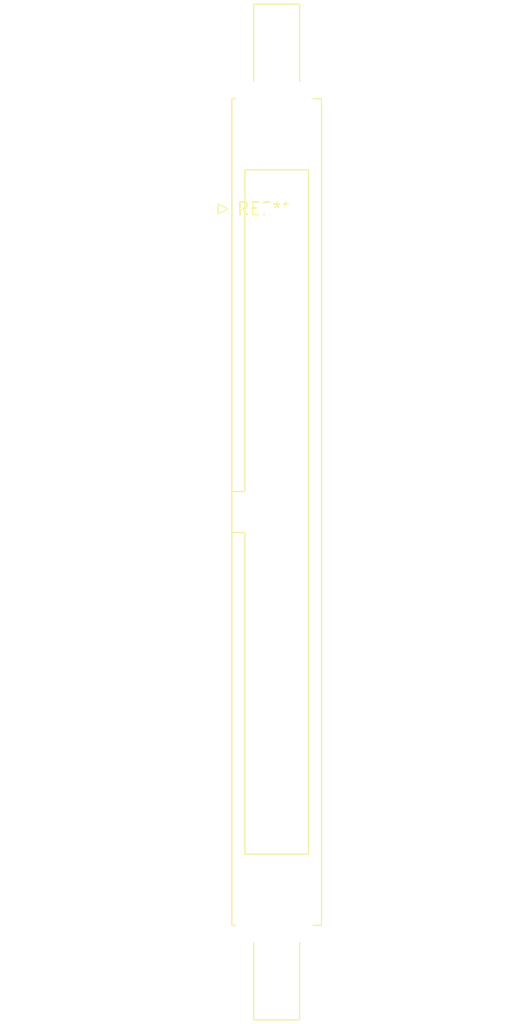
<source format=kicad_pcb>
(kicad_pcb (version 20240108) (generator pcbnew)
  (layers (0 "F.Cu" signal) (31 "B.Cu" signal) (34 "B.Paste" user) (35 "F.Paste" user) (36 "B.SilkS" user "B.Silkscreen") (37 "F.SilkS" user "F.Silkscreen") (38 "B.Mask" user) (39 "F.Mask" user) (44 "Edge.Cuts" user))
  (net 0 "")
  (footprint "IDC-Header_2x25-1MP_P2.54mm_Latch9.5mm_Vertical" (layer "F.Cu") (at 0 0)
    (property "Reference" "REF**")
    (property "Value" "IDC-Header_2x25-1MP_P2.54mm_Latch9.5mm_Vertical")
    (fp_line (start -4.63 -0.5) (end -4.63 0.5) (layer "F.SilkS") (stroke (width 0.12)))
    (fp_line (start -4.63 0.5) (end -3.63 0) (layer "F.SilkS") (stroke (width 0.12)))
    (fp_line (start -3.63 0) (end -4.63 -0.5) (layer "F.SilkS") (stroke (width 0.12)))
    (fp_line (start -3.24 -11.08) (end -3.24 72.04) (layer "F.SilkS") (stroke (width 0.12)))
    (fp_line (start -3.24 28.43) (end -1.93 28.43) (layer "F.SilkS") (stroke (width 0.12)))
    (fp_line (start -3.24 72.04) (end -2.87 72.04) (layer "F.SilkS") (stroke (width 0.12)))
    (fp_line (start -2.87 -11.08) (end -3.24 -11.08) (layer "F.SilkS") (stroke (width 0.12)))
    (fp_line (start -1.93 -3.92) (end 4.47 -3.92) (layer "F.SilkS") (stroke (width 0.12)))
    (fp_line (start -1.93 28.43) (end -1.93 -3.92) (layer "F.SilkS") (stroke (width 0.12)))
    (fp_line (start -1.93 32.53) (end -3.24 32.53) (layer "F.SilkS") (stroke (width 0.12)))
    (fp_line (start -1.93 32.53) (end -1.93 32.53) (layer "F.SilkS") (stroke (width 0.12)))
    (fp_line (start -1.93 64.88) (end -1.93 32.53) (layer "F.SilkS") (stroke (width 0.12)))
    (fp_line (start -1.04 -20.58) (end 3.58 -20.58) (layer "F.SilkS") (stroke (width 0.12)))
    (fp_line (start -1.04 -12.83) (end -1.04 -20.58) (layer "F.SilkS") (stroke (width 0.12)))
    (fp_line (start -1.04 73.79) (end -1.04 81.54) (layer "F.SilkS") (stroke (width 0.12)))
    (fp_line (start -1.04 81.54) (end 3.58 81.54) (layer "F.SilkS") (stroke (width 0.12)))
    (fp_line (start 3.58 -20.58) (end 3.58 -12.83) (layer "F.SilkS") (stroke (width 0.12)))
    (fp_line (start 3.58 81.54) (end 3.58 73.79) (layer "F.SilkS") (stroke (width 0.12)))
    (fp_line (start 4.47 -3.92) (end 4.47 64.88) (layer "F.SilkS") (stroke (width 0.12)))
    (fp_line (start 4.47 64.88) (end -1.93 64.88) (layer "F.SilkS") (stroke (width 0.12)))
    (fp_line (start 4.91 -11.08) (end 5.78 -11.08) (layer "F.SilkS") (stroke (width 0.12)))
    (fp_line (start 5.78 -11.08) (end 5.78 72.04) (layer "F.SilkS") (stroke (width 0.12)))
    (fp_line (start 5.78 72.04) (end 4.91 72.04) (layer "F.SilkS") (stroke (width 0.12)))
    (pad "1" thru_hole roundrect (at 0 0) (size 1.7 1.7) (drill 1) (layers *.Cu *.Mask) (remove_unused_layers) (roundrect_rratio 0.147059))
    (pad "2" thru_hole circle (at 2.54 0) (size 1.7 1.7) (drill 1) (layers *.Cu *.Mask) (remove_unused_layers))
    (pad "3" thru_hole circle (at 0 2.54) (size 1.7 1.7) (drill 1) (layers *.Cu *.Mask) (remove_unused_layers))
    (pad "4" thru_hole circle (at 2.54 2.54) (size 1.7 1.7) (drill 1) (layers *.Cu *.Mask) (remove_unused_layers))
    (pad "5" thru_hole circle (at 0 5.08) (size 1.7 1.7) (drill 1) (layers *.Cu *.Mask) (remove_unused_layers))
    (pad "6" thru_hole circle (at 2.54 5.08) (size 1.7 1.7) (drill 1) (layers *.Cu *.Mask) (remove_unused_layers))
    (pad "7" thru_hole circle (at 0 7.62) (size 1.7 1.7) (drill 1) (layers *.Cu *.Mask) (remove_unused_layers))
    (pad "8" thru_hole circle (at 2.54 7.62) (size 1.7 1.7) (drill 1) (layers *.Cu *.Mask) (remove_unused_layers))
    (pad "9" thru_hole circle (at 0 10.16) (size 1.7 1.7) (drill 1) (layers *.Cu *.Mask) (remove_unused_layers))
    (pad "10" thru_hole circle (at 2.54 10.16) (size 1.7 1.7) (drill 1) (layers *.Cu *.Mask) (remove_unused_layers))
    (pad "11" thru_hole circle (at 0 12.7) (size 1.7 1.7) (drill 1) (layers *.Cu *.Mask) (remove_unused_layers))
    (pad "12" thru_hole circle (at 2.54 12.7) (size 1.7 1.7) (drill 1) (layers *.Cu *.Mask) (remove_unused_layers))
    (pad "13" thru_hole circle (at 0 15.24) (size 1.7 1.7) (drill 1) (layers *.Cu *.Mask) (remove_unused_layers))
    (pad "14" thru_hole circle (at 2.54 15.24) (size 1.7 1.7) (drill 1) (layers *.Cu *.Mask) (remove_unused_layers))
    (pad "15" thru_hole circle (at 0 17.78) (size 1.7 1.7) (drill 1) (layers *.Cu *.Mask) (remove_unused_layers))
    (pad "16" thru_hole circle (at 2.54 17.78) (size 1.7 1.7) (drill 1) (layers *.Cu *.Mask) (remove_unused_layers))
    (pad "17" thru_hole circle (at 0 20.32) (size 1.7 1.7) (drill 1) (layers *.Cu *.Mask) (remove_unused_layers))
    (pad "18" thru_hole circle (at 2.54 20.32) (size 1.7 1.7) (drill 1) (layers *.Cu *.Mask) (remove_unused_layers))
    (pad "19" thru_hole circle (at 0 22.86) (size 1.7 1.7) (drill 1) (layers *.Cu *.Mask) (remove_unused_layers))
    (pad "20" thru_hole circle (at 2.54 22.86) (size 1.7 1.7) (drill 1) (layers *.Cu *.Mask) (remove_unused_layers))
    (pad "21" thru_hole circle (at 0 25.4) (size 1.7 1.7) (drill 1) (layers *.Cu *.Mask) (remove_unused_layers))
    (pad "22" thru_hole circle (at 2.54 25.4) (size 1.7 1.7) (drill 1) (layers *.Cu *.Mask) (remove_unused_layers))
    (pad "23" thru_hole circle (at 0 27.94) (size 1.7 1.7) (drill 1) (layers *.Cu *.Mask) (remove_unused_layers))
    (pad "24" thru_hole circle (at 2.54 27.94) (size 1.7 1.7) (drill 1) (layers *.Cu *.Mask) (remove_unused_layers))
    (pad "25" thru_hole circle (at 0 30.48) (size 1.7 1.7) (drill 1) (layers *.Cu *.Mask) (remove_unused_layers))
    (pad "26" thru_hole circle (at 2.54 30.48) (size 1.7 1.7) (drill 1) (layers *.Cu *.Mask) (remove_unused_layers))
    (pad "27" thru_hole circle (at 0 33.02) (size 1.7 1.7) (drill 1) (layers *.Cu *.Mask) (remove_unused_layers))
    (pad "28" thru_hole circle (at 2.54 33.02) (size 1.7 1.7) (drill 1) (layers *.Cu *.Mask) (remove_unused_layers))
    (pad "29" thru_hole circle (at 0 35.56) (size 1.7 1.7) (drill 1) (layers *.Cu *.Mask) (remove_unused_layers))
    (pad "30" thru_hole circle (at 2.54 35.56) (size 1.7 1.7) (drill 1) (layers *.Cu *.Mask) (remove_unused_layers))
    (pad "31" thru_hole circle (at 0 38.1) (size 1.7 1.7) (drill 1) (layers *.Cu *.Mask) (remove_unused_layers))
    (pad "32" thru_hole circle (at 2.54 38.1) (size 1.7 1.7) (drill 1) (layers *.Cu *.Mask) (remove_unused_layers))
    (pad "33" thru_hole circle (at 0 40.64) (size 1.7 1.7) (drill 1) (layers *.Cu *.Mask) (remove_unused_layers))
    (pad "34" thru_hole circle (at 2.54 40.64) (size 1.7 1.7) (drill 1) (layers *.Cu *.Mask) (remove_unused_layers))
    (pad "35" thru_hole circle (at 0 43.18) (size 1.7 1.7) (drill 1) (layers *.Cu *.Mask) (remove_unused_layers))
    (pad "36" thru_hole circle (at 2.54 43.18) (size 1.7 1.7) (drill 1) (layers *.Cu *.Mask) (remove_unused_layers))
    (pad "37" thru_hole circle (at 0 45.72) (size 1.7 1.7) (drill 1) (layers *.Cu *.Mask) (remove_unused_layers))
    (pad "38" thru_hole circle (at 2.54 45.72) (size 1.7 1.7) (drill 1) (layers *.Cu *.Mask) (remove_unused_layers))
    (pad "39" thru_hole circle (at 0 48.26) (size 1.7 1.7) (drill 1) (layers *.Cu *.Mask) (remove_unused_layers))
    (pad "40" thru_hole circle (at 2.54 48.26) (size 1.7 1.7) (drill 1) (layers *.Cu *.Mask) (remove_unused_layers))
    (pad "41" thru_hole circle (at 0 50.8) (size 1.7 1.7) (drill 1) (layers *.Cu *.Mask) (remove_unused_layers))
    (pad "42" thru_hole circle (at 2.54 50.8) (size 1.7 1.7) (drill 1) (layers *.Cu *.Mask) (remove_unused_layers))
    (pad "43" thru_hole circle (at 0 53.34) (size 1.7 1.7) (drill 1) (layers *.Cu *.Mask) (remove_unused_layers))
    (pad "44" thru_hole circle (at 2.54 53.34) (size 1.7 1.7) (drill 1) (layers *.Cu *.Mask) (remove_unused_layers))
    (pad "45" thru_hole circle (at 0 55.88) (size 1.7 1.7) (drill 1) (layers *.Cu *.Mask) (remove_unused_layers))
    (pad "46" thru_hole circle (at 2.54 55.88) (size 1.7 1.7) (drill 1) (layers *.Cu *.Mask) (remove_unused_layers))
    (pad "47" thru_hole circle (at 0 58.42) (size 1.7 1.7) (drill 1) (layers *.Cu *.Mask) (remove_unused_layers))
    (pad "48" thru_hole circle (at 2.54 58.42) (size 1.7 1.7) (drill 1) (layers *.Cu *.Mask) (remove_unused_layers))
    (pad "49" thru_hole circle (at 0 60.96) (size 1.7 1.7) (drill 1) (layers *.Cu *.Mask) (remove_unused_layers))
    (pad "50" thru_hole circle (at 2.54 60.96) (size 1.7 1.7) (drill 1) (layers *.Cu *.Mask) (remove_unused_layers))
    (pad "MP" thru_hole circle (at 1.02 -8.94) (size 8 8) (drill 2.69) (layers *.Cu *.Mask) (remove_unused_layers))
    (pad "MP" thru_hole circle (at 1.02 69.9) (size 8 8) (drill 2.69) (layers *.Cu *.Mask) (remove_unused_layers))
  )
)
</source>
